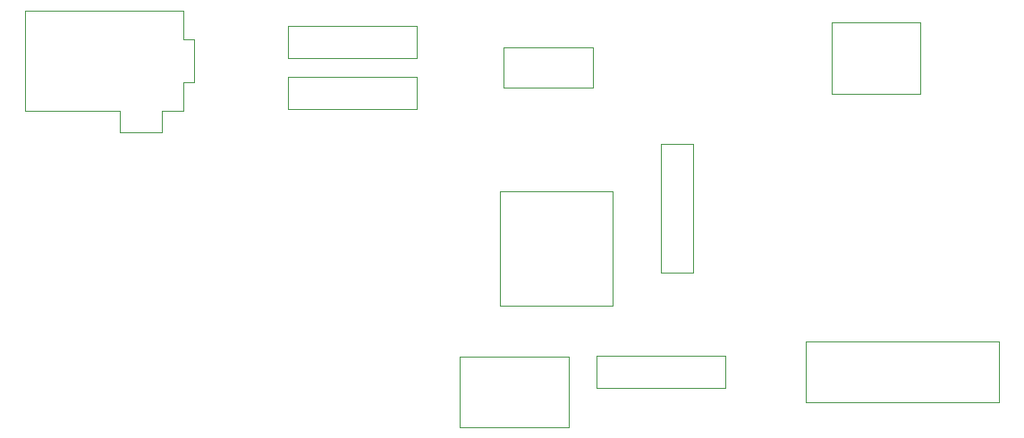
<source format=gbr>
G04 #@! TF.GenerationSoftware,KiCad,Pcbnew,5.1.5-52549c5~84~ubuntu18.04.1*
G04 #@! TF.CreationDate,2020-04-29T15:12:50+01:00*
G04 #@! TF.ProjectId,etl_driver_as_arduino_due_shield,65746c5f-6472-4697-9665-725f61735f61,rev?*
G04 #@! TF.SameCoordinates,Original*
G04 #@! TF.FileFunction,Other,User*
%FSLAX46Y46*%
G04 Gerber Fmt 4.6, Leading zero omitted, Abs format (unit mm)*
G04 Created by KiCad (PCBNEW 5.1.5-52549c5~84~ubuntu18.04.1) date 2020-04-29 15:12:50*
%MOMM*%
%LPD*%
G04 APERTURE LIST*
%ADD10C,0.050000*%
G04 APERTURE END LIST*
D10*
X162534000Y-108646000D02*
X162534000Y-114366000D01*
X162534000Y-114366000D02*
X180874000Y-114366000D01*
X180874000Y-114366000D02*
X180874000Y-108646000D01*
X180874000Y-108646000D02*
X162534000Y-108646000D01*
X133926000Y-80808000D02*
X133926000Y-84558000D01*
X133926000Y-84558000D02*
X142426000Y-84558000D01*
X142426000Y-84558000D02*
X142426000Y-80808000D01*
X142426000Y-80808000D02*
X133926000Y-80808000D01*
X154974000Y-113006000D02*
X154974000Y-110006000D01*
X154974000Y-110006000D02*
X142714000Y-110006000D01*
X142714000Y-110006000D02*
X142714000Y-113006000D01*
X142714000Y-113006000D02*
X154974000Y-113006000D01*
X151868000Y-102142000D02*
X151868000Y-89882000D01*
X148868000Y-102142000D02*
X151868000Y-102142000D01*
X148868000Y-89882000D02*
X148868000Y-102142000D01*
X151868000Y-89882000D02*
X148868000Y-89882000D01*
X125764000Y-86590000D02*
X125764000Y-83590000D01*
X125764000Y-83590000D02*
X113504000Y-83590000D01*
X113504000Y-83590000D02*
X113504000Y-86590000D01*
X113504000Y-86590000D02*
X125764000Y-86590000D01*
X113504000Y-81764000D02*
X125764000Y-81764000D01*
X113504000Y-78764000D02*
X113504000Y-81764000D01*
X125764000Y-78764000D02*
X113504000Y-78764000D01*
X125764000Y-81764000D02*
X125764000Y-78764000D01*
X140114000Y-110056000D02*
X129764000Y-110056000D01*
X129764000Y-110056000D02*
X129764000Y-116756000D01*
X129764000Y-116756000D02*
X140114000Y-116756000D01*
X140114000Y-116756000D02*
X140114000Y-110056000D01*
X133578000Y-94412000D02*
X133578000Y-105212000D01*
X133578000Y-105212000D02*
X144278000Y-105212000D01*
X144278000Y-105212000D02*
X144278000Y-94412000D01*
X144278000Y-94412000D02*
X133578000Y-94412000D01*
X103616000Y-77542000D02*
X103616000Y-77292000D01*
X103616000Y-77292000D02*
X88616000Y-77292000D01*
X103616000Y-77542000D02*
X103616000Y-80042000D01*
X103616000Y-80042000D02*
X104616000Y-80042000D01*
X104616000Y-80042000D02*
X104616000Y-84042000D01*
X104616000Y-84042000D02*
X103616000Y-84042000D01*
X103616000Y-84042000D02*
X103616000Y-86792000D01*
X103616000Y-86792000D02*
X101616000Y-86792000D01*
X101616000Y-86792000D02*
X101616000Y-88792000D01*
X101616000Y-88792000D02*
X97616000Y-88792000D01*
X97616000Y-88792000D02*
X97616000Y-86792000D01*
X97616000Y-86792000D02*
X88616000Y-86792000D01*
X88616000Y-86792000D02*
X88616000Y-77292000D01*
X173384000Y-85146000D02*
X173384000Y-78396000D01*
X173384000Y-78396000D02*
X164984000Y-78396000D01*
X164984000Y-78396000D02*
X164984000Y-85146000D01*
X164984000Y-85146000D02*
X173384000Y-85146000D01*
M02*

</source>
